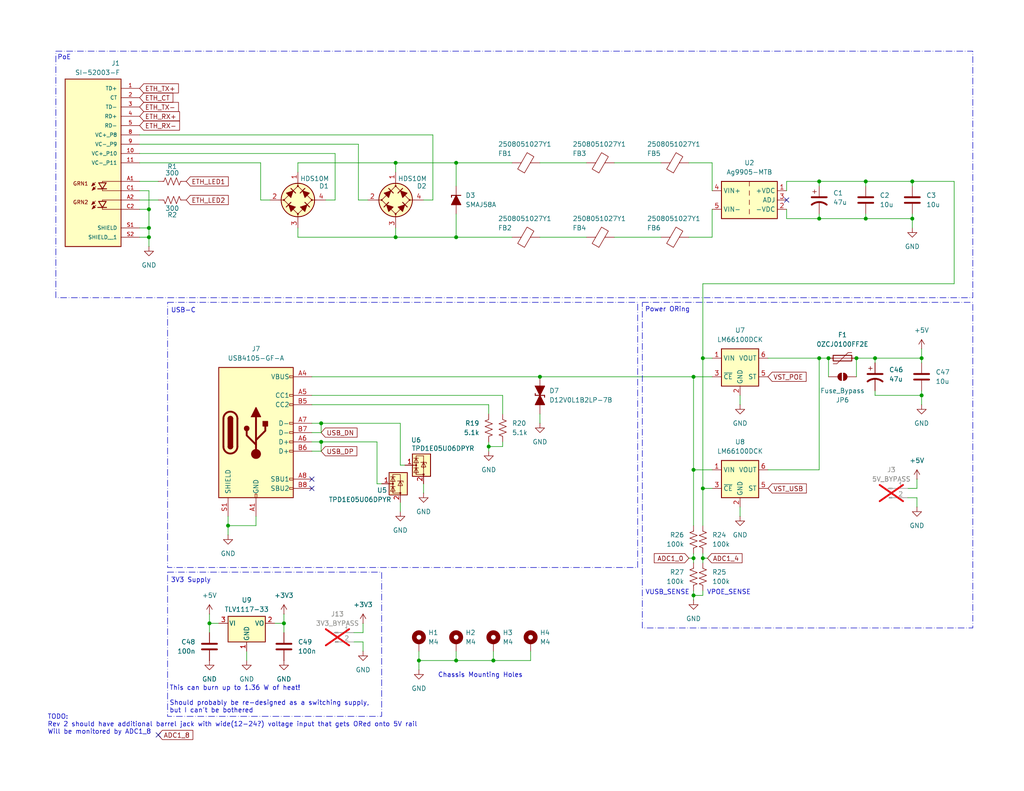
<source format=kicad_sch>
(kicad_sch (version 20250114) (generator "eeschema") (generator_version "9.0")
  (paper "USLetter")
  (title_block (title "Power Connectors and PoE Isolation") (date "2024-11-21") (rev "alpha") (company "Haas Hooligans") (comment 1 "Ryan Jacoby"))
  (lib_symbols
    (symbol "Connector:Conn_01x02_Pin" (pin_names (offset 1.016) (hide yes))
      (property "Reference" "J" (at 0 2.54 0))
      (property "Value" "Conn_01x02_Pin" (at 0 -5.08 0))
      (symbol "Conn_01x02_Pin_1_1"
        (pin passive line (at 5.08 0 180) (length 3.81) (name "Pin_1") (number "1"))
        (pin passive line (at 5.08 -2.54 180) (length 3.81) (name "Pin_2") (number "2"))
      )
    )
    (symbol "Connector:USB_C_Receptacle_USB2.0_16P" (pin_names (offset 1.016))
      (property "Reference" "J" (at 0 22.225 0))
      (property "Value" "USB_C_Receptacle_USB2.0_16P" (at 0 19.685 0))
      (symbol "USB_C_Receptacle_USB2.0_16P_1_1"
        (pin passive line (at -7.62 -22.86 90) (length 5.08) (name "SHIELD") (number "S1"))
        (pin passive line (at 0 -22.86 90) (length 5.08) (name "GND") (number "A1"))
        (pin passive line (at 0 -22.86 90) (length 5.08) (hide yes) (name "GND") (number "A12"))
        (pin passive line (at 0 -22.86 90) (length 5.08) (hide yes) (name "GND") (number "B1"))
        (pin passive line (at 0 -22.86 90) (length 5.08) (hide yes) (name "GND") (number "B12"))
        (pin passive line (at 15.24 15.24 180) (length 5.08) (name "VBUS") (number "A4"))
        (pin passive line (at 15.24 15.24 180) (length 5.08) (hide yes) (name "VBUS") (number "A9"))
        (pin passive line (at 15.24 15.24 180) (length 5.08) (hide yes) (name "VBUS") (number "B4"))
        (pin passive line (at 15.24 15.24 180) (length 5.08) (hide yes) (name "VBUS") (number "B9"))
        (pin bidirectional line (at 15.24 10.16 180) (length 5.08) (name "CC1") (number "A5"))
        (pin bidirectional line (at 15.24 7.62 180) (length 5.08) (name "CC2") (number "B5"))
        (pin bidirectional line (at 15.24 2.54 180) (length 5.08) (name "D-") (number "A7"))
        (pin bidirectional line (at 15.24 0 180) (length 5.08) (name "D-") (number "B7"))
        (pin bidirectional line (at 15.24 -2.54 180) (length 5.08) (name "D+") (number "A6"))
        (pin bidirectional line (at 15.24 -5.08 180) (length 5.08) (name "D+") (number "B6"))
        (pin bidirectional line (at 15.24 -12.7 180) (length 5.08) (name "SBU1") (number "A8"))
        (pin bidirectional line (at 15.24 -15.24 180) (length 5.08) (name "SBU2") (number "B8"))
      )
    )
    (symbol "Device:C" (pin_numbers (hide yes)) (pin_names (offset 0.254))
      (property "Reference" "C" (at 0.635 2.54 0))
      (property "Value" "C" (at 0.635 -2.54 0))
      (symbol "C_1_1"
        (pin passive line (at 0 3.81 270) (length 2.794) (name "~") (number "1"))
        (pin passive line (at 0 -3.81 90) (length 2.794) (name "~") (number "2"))
      )
    )
    (symbol "Device:C_Polarized_US" (pin_numbers (hide yes)) (pin_names (offset 0.254) (hide yes))
      (property "Reference" "C" (at 0.635 2.54 0))
      (property "Value" "C_Polarized_US" (at 0.635 -2.54 0))
      (symbol "C_Polarized_US_1_1"
        (pin passive line (at 0 3.81 270) (length 2.794) (name "~") (number "1"))
        (pin passive line (at 0 -3.81 90) (length 3.302) (name "~") (number "2"))
      )
    )
    (symbol "Device:FerriteBead" (pin_numbers (hide yes)) (pin_names (offset 0))
      (property "Reference" "FB" (at -3.81 0.635 90))
      (property "Value" "FerriteBead" (at 3.81 0 90))
      (symbol "FerriteBead_1_1"
        (pin passive line (at 0 3.81 270) (length 2.54) (name "~") (number "1"))
        (pin passive line (at 0 -3.81 90) (length 2.54) (name "~") (number "2"))
      )
    )
    (symbol "Device:Polyfuse" (pin_numbers (hide yes)) (pin_names (offset 0))
      (property "Reference" "F" (at -2.54 0 90))
      (property "Value" "Polyfuse" (at 2.54 0 90))
      (symbol "Polyfuse_1_1"
        (pin passive line (at 0 3.81 270) (length 1.27) (name "~") (number "1"))
        (pin passive line (at 0 -3.81 90) (length 1.27) (name "~") (number "2"))
      )
    )
    (symbol "Device:R_US" (pin_numbers (hide yes)) (pin_names (offset 0))
      (property "Reference" "R" (at 2.54 0 90))
      (property "Value" "R_US" (at -2.54 0 90))
      (symbol "R_US_1_1"
        (pin passive line (at 0 3.81 270) (length 1.27) (name "~") (number "1"))
        (pin passive line (at 0 -3.81 90) (length 1.27) (name "~") (number "2"))
      )
    )
    (symbol "Jumper:SolderJumper_2_Open" (pin_numbers (hide yes)) (pin_names (offset 0) (hide yes)) (exclude_from_sim yes) (in_bom no)
      (property "Reference" "JP" (at 0 2.032 0))
      (property "Value" "SolderJumper_2_Open" (at 0 -2.54 0))
      (symbol "SolderJumper_2_Open_1_1"
        (pin passive line (at -3.81 0 0) (length 2.54) (name "A") (number "1"))
        (pin passive line (at 3.81 0 180) (length 2.54) (name "B") (number "2"))
      )
    )
    (symbol "Mechanical:MountingHole_Pad" (pin_numbers (hide yes)) (pin_names (offset 1.016) (hide yes)) (exclude_from_sim yes) (in_bom no)
      (property "Reference" "H" (at 0 6.35 0))
      (property "Value" "MountingHole_Pad" (at 0 4.445 0))
      (symbol "MountingHole_Pad_1_1"
        (pin input line (at 0 -2.54 90) (length 2.54) (name "1") (number "1"))
      )
    )
    (symbol "PCM_Diode_Bridge_AKL:D_Bridge_Generic_+AC-AC" (pin_names (offset 1.016) (hide yes))
      (property "Reference" "D" (at 5.08 7.62 0))
      (property "Value" "D_Bridge_Generic_+AC-AC" (at 5.08 5.08 0))
      (symbol "D_Bridge_Generic_+AC-AC_1_1"
        (pin passive line (at -7.62 0 0) (length 2.54) (name "1") (number "2"))
        (pin passive line (at 0 7.62 270) (length 2.54) (name "+") (number "1"))
        (pin passive line (at 0 -7.62 90) (length 2.54) (name "-") (number "3"))
        (pin passive line (at 7.62 0 180) (length 2.54) (name "2") (number "4"))
      )
    )
    (symbol "PCM_Diode_TVS_AKL:D_TVS_Bidirectional_Generic" (pin_numbers (hide yes)) (pin_names (offset 1.016) (hide yes))
      (property "Reference" "D" (at 0 7.62 0))
      (property "Value" "D_TVS_Bidirectional_Generic" (at 0 5.08 0))
      (symbol "D_TVS_Bidirectional_Generic_1_1"
        (pin passive line (at -5.08 0 0) (length 2.54) (name "K") (number "1"))
        (pin passive line (at 5.08 0 180) (length 2.54) (name "A") (number "2"))
      )
      (symbol "D_TVS_Bidirectional_Generic_1_2"
        (pin passive line (at -3.81 -3.81 0) (length 0) (name "A") (number "2"))
        (pin passive line (at 3.81 3.81 180) (length 0) (name "K") (number "1"))
      )
    )
    (symbol "PCM_Diode_TVS_AKL:SMAJ58A" (pin_numbers (hide yes)) (pin_names (offset 1.016) (hide yes))
      (property "Reference" "D" (at 0 5.08 0))
      (property "Value" "SMAJ58A" (at 0 2.54 0))
      (symbol "SMAJ58A_1_1"
        (pin passive line (at -3.81 0 0) (length 2.54) (name "A") (number "2"))
        (pin passive line (at 3.81 0 180) (length 2.54) (name "K") (number "1"))
      )
      (symbol "SMAJ58A_1_2"
        (pin passive line (at -2.54 -2.54 0) (length 0) (name "A") (number "2"))
        (pin passive line (at 2.54 2.54 180) (length 0) (name "K") (number "1"))
      )
    )
    (symbol "Power_Management:LM66100DCK"
      (property "Reference" "U" (at -5.08 6.096 0))
      (property "Value" "LM66100DCK" (at 0.254 -6.35 0))
      (symbol "LM66100DCK_1_1"
        (pin power_in line (at -7.62 2.54 0) (length 2.54) (name "VIN") (number "1"))
        (pin input line (at -7.62 -2.54 0) (length 2.54) (name "~{CE}") (number "3"))
        (pin no_connect line (at 0 5.08 270) (length 2.54) (hide yes) (name "NC") (number "4"))
        (pin power_in line (at 0 -7.62 90) (length 2.54) (name "GND") (number "2"))
        (pin power_out line (at 7.62 2.54 180) (length 2.54) (name "VOUT") (number "6"))
        (pin open_collector line (at 7.62 -2.54 180) (length 2.54) (name "ST") (number "5"))
      )
    )
    (symbol "Power_Protection:TPD1E05U06DPY" (pin_names (offset 0) (hide yes))
      (property "Reference" "U" (at -2.54 3.175 0))
      (property "Value" "TPD1E05U06DPY" (at 1.27 3.175 0))
      (symbol "TPD1E05U06DPY_1_1"
        (pin passive line (at 0 -5.08 90) (length 2.54) (name "I/O") (number "1"))
        (pin power_in line (at 5.08 0 180) (length 2.54) (name "GND") (number "2"))
      )
    )
    (symbol "Regulator_Linear:TLV1117-33" (pin_names (offset 0.254))
      (property "Reference" "U" (at -3.81 3.175 0))
      (property "Value" "TLV1117-33" (at 0 3.175 0))
      (symbol "TLV1117-33_1_1"
        (pin power_in line (at -7.62 0 0) (length 2.54) (name "VI") (number "3"))
        (pin power_in line (at 0 -7.62 90) (length 2.54) (name "GND") (number "1"))
        (pin power_out line (at 7.62 0 180) (length 2.54) (name "VO") (number "2"))
      )
    )
    (symbol "SI-52003-F:SI-52003-F" (pin_names (offset 1.016))
      (property "Reference" "J" (at -7.62 21.59 0))
      (property "Value" "SI-52003-F" (at -7.62 -26.67 0))
      (symbol "SI-52003-F_0_0"
        (text "GRN1" (at 1.27 -7.62 0) (effects (font (size 1.016 1.016)) (justify left top)))
        (text "GRN2" (at 1.27 -12.7 0) (effects (font (size 1.016 1.016)) (justify left top)))
        (pin passive line (at -12.7 17.78 0) (length 5.08) (name "TD+") (number "1"))
        (pin passive line (at -12.7 15.24 0) (length 5.08) (name "CT") (number "2"))
        (pin passive line (at -12.7 12.7 0) (length 5.08) (name "TD-") (number "3"))
        (pin passive line (at -12.7 10.16 0) (length 5.08) (name "RD+") (number "4"))
        (pin passive line (at -12.7 7.62 0) (length 5.08) (name "RD-") (number "5"))
        (pin passive line (at -12.7 5.08 0) (length 5.08) (name "VC+_P8") (number "8"))
        (pin passive line (at -12.7 2.54 0) (length 5.08) (name "VC-_P9") (number "9"))
        (pin passive line (at -12.7 0 0) (length 5.08) (name "VC+_P10") (number "10"))
        (pin passive line (at -12.7 -2.54 0) (length 5.08) (name "VC-_P11") (number "11"))
        (pin passive line (at -12.7 -7.62 0) (length 5.08) (name "~") (number "A1"))
        (pin passive line (at -12.7 -10.16 0) (length 5.08) (name "~") (number "C1"))
        (pin passive line (at -12.7 -12.7 0) (length 5.08) (name "~") (number "A2"))
        (pin passive line (at -12.7 -15.24 0) (length 5.08) (name "~") (number "C2"))
        (pin passive line (at -12.7 -20.32 0) (length 5.08) (name "SHIELD") (number "S1"))
        (pin passive line (at -12.7 -22.86 0) (length 5.08) (name "SHIELD__1") (number "S2"))
      )
    )
    (symbol "power:+3V3" (power) (pin_numbers (hide yes)) (pin_names (offset 0) (hide yes))
      (property "Value" "+3V3" (at 0 3.556 0))
      (symbol "+3V3_1_1"
        (pin power_in line (at 0 0 90) (length 0) (name "~") (number "1"))
      )
    )
    (symbol "power:+5V" (power) (pin_numbers (hide yes)) (pin_names (offset 0) (hide yes))
      (property "Value" "+5V" (at 0 3.556 0))
      (symbol "+5V_1_1"
        (pin power_in line (at 0 0 90) (length 0) (name "~") (number "1"))
      )
    )
    (symbol "power:GND" (power) (pin_numbers (hide yes)) (pin_names (offset 0) (hide yes))
      (property "Value" "GND" (at 0 -3.81 0))
      (symbol "GND_1_1"
        (pin power_in line (at 0 0 270) (length 0) (name "~") (number "1"))
      )
    )
    (symbol "silvertel:AG99xxMTB"
      (property "Reference" "U" (at 7.62 13.97 0))
      (property "Value" "Ag9900-MTB" (at 7.62 11.684 0))
      (symbol "AG99xxMTB_1_1"
        (pin power_in line (at -2.54 7.62 0) (length 2.54) (name "VIN+") (number "4"))
        (pin power_in line (at -2.54 2.54 0) (length 2.54) (name "VIN-") (number "5"))
        (pin power_out line (at 17.78 7.62 180) (length 2.54) (name "+VDC") (number "1"))
        (pin passive line (at 17.78 5.08 180) (length 2.54) (name "ADJ") (number "3"))
        (pin power_out line (at 17.78 2.54 180) (length 2.54) (name "-VDC") (number "2"))
      )
    )
  )
  (rectangle (start 45.72 156.21) (end 104.14 195.58) (stroke (width 0) (type dash_dot)))
  (rectangle (start 15.24 13.97) (end 265.43 81.28) (stroke (width 0) (type dash_dot)))
  (rectangle (start 45.72 82.55) (end 173.99 154.94) (stroke (width 0) (type dash_dot)))
  (rectangle (start 175.26 82.55) (end 265.43 171.45) (stroke (width 0) (type dash_dot)))
  (text "PoE" (at 17.526 15.748 0) (effects (font (size 1.27 1.27))))
  (text "USB-C" (at 50.038 84.836 0) (effects (font (size 1.27 1.27))))
  (text "Chassis Mounting Holes" (at 131.064 184.404 0) (effects (font (size 1.27 1.27))))
  (text "This can burn up to 1.36 W of heat!\n\nShould probably be re-designed as a switching supply,\nbut I can't be bothered" (at 46.228 191.008 0) (effects (font (size 1.27 1.27)) (justify left)))
  (text "VPOE_SENSE" (at 198.882 161.798 0) (effects (font (size 1.27 1.27))))
  (text "Power ORing" (at 182.118 84.582 0) (effects (font (size 1.27 1.27))))
  (text "VUSB_SENSE" (at 182.118 161.798 0) (effects (font (size 1.27 1.27))))
  (text "TODO:\nRev 2 should have additional barrel jack with wide(12-24?) voltage input that gets ORed onto 5V rail\nWill be monitored by ADC1_8\n" (at 12.954 197.866 0) (effects (font (size 1.27 1.27)) (justify left)))
  (text "3V3 Supply" (at 52.07 158.496 0) (effects (font (size 1.27 1.27))))
  (junction (at 107.95 44.45))
  (junction (at 223.52 97.79))
  (junction (at 233.68 97.79))
  (junction (at 57.15 170.18))
  (junction (at 40.64 62.23))
  (junction (at 238.76 97.79))
  (junction (at 62.23 143.51))
  (junction (at 87.63 115.57))
  (junction (at 248.92 49.53))
  (junction (at 236.22 59.69))
  (junction (at 77.47 170.18))
  (junction (at 251.46 97.79))
  (junction (at 147.32 102.87))
  (junction (at 189.23 152.4))
  (junction (at 191.77 97.79))
  (junction (at 189.23 102.87))
  (junction (at 107.95 64.77))
  (junction (at 189.23 162.56))
  (junction (at 191.77 133.35))
  (junction (at 248.92 59.69))
  (junction (at 124.46 44.45))
  (junction (at 251.46 107.95))
  (junction (at 40.64 64.77))
  (junction (at 87.63 120.65))
  (junction (at 236.22 49.53))
  (junction (at 124.46 180.34))
  (junction (at 134.62 180.34))
  (junction (at 114.3 180.34))
  (junction (at 124.46 64.77))
  (junction (at 226.06 97.79))
  (junction (at 40.64 57.15))
  (junction (at 133.35 121.92))
  (junction (at 191.77 152.4))
  (junction (at 223.52 59.69))
  (junction (at 189.23 128.27))
  (junction (at 223.52 49.53))
  (no_connect (at 214.63 54.61))
  (no_connect (at 85.09 130.81))
  (no_connect (at 85.09 133.35))
  (no_connect (at 43.18 200.66))
  (wire (pts (xy 124.46 177.8) (xy 124.46 180.34)))
  (wire (pts (xy 110.49 127) (xy 109.22 127)))
  (wire (pts (xy 81.28 64.77) (xy 107.95 64.77)))
  (wire (pts (xy 194.31 64.77) (xy 194.31 57.15)))
  (wire (pts (xy 236.22 49.53) (xy 236.22 50.8)))
  (wire (pts (xy 69.85 143.51) (xy 69.85 140.97)))
  (wire (pts (xy 209.55 128.27) (xy 223.52 128.27)))
  (wire (pts (xy 247.65 133.35) (xy 250.19 133.35)))
  (wire (pts (xy 191.77 133.35) (xy 191.77 143.51)))
  (wire (pts (xy 134.62 180.34) (xy 124.46 180.34)))
  (wire (pts (xy 85.09 107.95) (xy 137.16 107.95)))
  (wire (pts (xy 124.46 180.34) (xy 114.3 180.34)))
  (wire (pts (xy 147.32 64.77) (xy 160.02 64.77)))
  (wire (pts (xy 107.95 44.45) (xy 124.46 44.45)))
  (wire (pts (xy 147.32 44.45) (xy 160.02 44.45)))
  (wire (pts (xy 250.19 130.81) (xy 250.19 133.35)))
  (wire (pts (xy 40.64 64.77) (xy 40.64 62.23)))
  (wire (pts (xy 102.87 120.65) (xy 102.87 132.08)))
  (wire (pts (xy 144.78 180.34) (xy 134.62 180.34)))
  (wire (pts (xy 226.06 97.79) (xy 226.06 102.87)))
  (wire (pts (xy 189.23 152.4) (xy 189.23 153.67)))
  (wire (pts (xy 40.64 67.31) (xy 40.64 64.77)))
  (wire (pts (xy 238.76 107.95) (xy 251.46 107.95)))
  (wire (pts (xy 251.46 97.79) (xy 251.46 99.06)))
  (wire (pts (xy 87.63 115.57) (xy 87.63 118.11)))
  (wire (pts (xy 137.16 120.65) (xy 137.16 121.92)))
  (wire (pts (xy 38.1 54.61) (xy 43.18 54.61)))
  (wire (pts (xy 147.32 102.87) (xy 189.23 102.87)))
  (wire (pts (xy 133.35 120.65) (xy 133.35 121.92)))
  (wire (pts (xy 87.63 118.11) (xy 85.09 118.11)))
  (wire (pts (xy 57.15 170.18) (xy 59.69 170.18)))
  (wire (pts (xy 248.92 62.23) (xy 248.92 59.69)))
  (wire (pts (xy 248.92 49.53) (xy 260.35 49.53)))
  (wire (pts (xy 191.77 97.79) (xy 191.77 133.35)))
  (wire (pts (xy 77.47 167.64) (xy 77.47 170.18)))
  (wire (pts (xy 38.1 52.07) (xy 40.64 52.07)))
  (wire (pts (xy 134.62 177.8) (xy 134.62 180.34)))
  (wire (pts (xy 38.1 39.37) (xy 97.79 39.37)))
  (wire (pts (xy 238.76 97.79) (xy 251.46 97.79)))
  (wire (pts (xy 81.28 46.99) (xy 81.28 44.45)))
  (wire (pts (xy 85.09 120.65) (xy 87.63 120.65)))
  (wire (pts (xy 71.12 54.61) (xy 73.66 54.61)))
  (wire (pts (xy 191.77 161.29) (xy 191.77 162.56)))
  (wire (pts (xy 40.64 62.23) (xy 38.1 62.23)))
  (wire (pts (xy 133.35 110.49) (xy 85.09 110.49)))
  (wire (pts (xy 223.52 97.79) (xy 209.55 97.79)))
  (wire (pts (xy 187.96 152.4) (xy 189.23 152.4)))
  (wire (pts (xy 247.65 135.89) (xy 250.19 135.89)))
  (wire (pts (xy 194.31 102.87) (xy 189.23 102.87)))
  (wire (pts (xy 91.44 54.61) (xy 88.9 54.61)))
  (wire (pts (xy 38.1 44.45) (xy 71.12 44.45)))
  (wire (pts (xy 124.46 44.45) (xy 139.7 44.45)))
  (wire (pts (xy 248.92 49.53) (xy 248.92 50.8)))
  (wire (pts (xy 107.95 62.23) (xy 107.95 64.77)))
  (wire (pts (xy 38.1 64.77) (xy 40.64 64.77)))
  (wire (pts (xy 189.23 163.83) (xy 189.23 162.56)))
  (wire (pts (xy 144.78 177.8) (xy 144.78 180.34)))
  (wire (pts (xy 97.79 54.61) (xy 100.33 54.61)))
  (wire (pts (xy 189.23 151.13) (xy 189.23 152.4)))
  (wire (pts (xy 38.1 36.83) (xy 118.11 36.83)))
  (wire (pts (xy 137.16 107.95) (xy 137.16 113.03)))
  (wire (pts (xy 214.63 57.15) (xy 214.63 59.69)))
  (wire (pts (xy 167.64 44.45) (xy 180.34 44.45)))
  (wire (pts (xy 114.3 177.8) (xy 114.3 180.34)))
  (wire (pts (xy 133.35 110.49) (xy 133.35 113.03)))
  (wire (pts (xy 91.44 41.91) (xy 91.44 54.61)))
  (wire (pts (xy 62.23 143.51) (xy 62.23 146.05)))
  (wire (pts (xy 99.06 177.8) (xy 99.06 175.26)))
  (wire (pts (xy 38.1 41.91) (xy 91.44 41.91)))
  (wire (pts (xy 238.76 106.68) (xy 238.76 107.95)))
  (wire (pts (xy 189.23 162.56) (xy 189.23 161.29)))
  (wire (pts (xy 124.46 64.77) (xy 139.7 64.77)))
  (wire (pts (xy 85.09 115.57) (xy 87.63 115.57)))
  (wire (pts (xy 67.31 180.34) (xy 67.31 177.8)))
  (wire (pts (xy 223.52 59.69) (xy 236.22 59.69)))
  (wire (pts (xy 137.16 121.92) (xy 133.35 121.92)))
  (wire (pts (xy 71.12 44.45) (xy 71.12 54.61)))
  (wire (pts (xy 236.22 59.69) (xy 248.92 59.69)))
  (wire (pts (xy 191.77 151.13) (xy 191.77 152.4)))
  (wire (pts (xy 214.63 49.53) (xy 223.52 49.53)))
  (wire (pts (xy 96.52 172.72) (xy 99.06 172.72)))
  (wire (pts (xy 114.3 180.34) (xy 114.3 182.88)))
  (wire (pts (xy 118.11 54.61) (xy 115.57 54.61)))
  (wire (pts (xy 233.68 97.79) (xy 238.76 97.79)))
  (wire (pts (xy 250.19 138.43) (xy 250.19 135.89)))
  (wire (pts (xy 62.23 140.97) (xy 62.23 143.51)))
  (wire (pts (xy 107.95 44.45) (xy 107.95 46.99)))
  (wire (pts (xy 115.57 134.62) (xy 115.57 132.08)))
  (wire (pts (xy 109.22 137.16) (xy 109.22 139.7)))
  (wire (pts (xy 193.04 152.4) (xy 191.77 152.4)))
  (wire (pts (xy 97.79 39.37) (xy 97.79 54.61)))
  (wire (pts (xy 81.28 62.23) (xy 81.28 64.77)))
  (wire (pts (xy 251.46 107.95) (xy 251.46 106.68)))
  (wire (pts (xy 40.64 57.15) (xy 40.64 62.23)))
  (wire (pts (xy 87.63 123.19) (xy 85.09 123.19)))
  (wire (pts (xy 77.47 172.72) (xy 77.47 170.18)))
  (wire (pts (xy 38.1 49.53) (xy 43.18 49.53)))
  (wire (pts (xy 104.14 132.08) (xy 102.87 132.08)))
  (wire (pts (xy 74.93 170.18) (xy 77.47 170.18)))
  (wire (pts (xy 191.77 162.56) (xy 189.23 162.56)))
  (wire (pts (xy 187.96 64.77) (xy 194.31 64.77)))
  (wire (pts (xy 223.52 49.53) (xy 236.22 49.53)))
  (wire (pts (xy 238.76 97.79) (xy 238.76 99.06)))
  (wire (pts (xy 260.35 49.53) (xy 260.35 77.47)))
  (wire (pts (xy 124.46 44.45) (xy 124.46 50.8)))
  (wire (pts (xy 223.52 59.69) (xy 223.52 58.42)))
  (wire (pts (xy 223.52 128.27) (xy 223.52 97.79)))
  (wire (pts (xy 87.63 120.65) (xy 102.87 120.65)))
  (wire (pts (xy 191.77 97.79) (xy 194.31 97.79)))
  (wire (pts (xy 81.28 44.45) (xy 107.95 44.45)))
  (wire (pts (xy 236.22 59.69) (xy 236.22 58.42)))
  (wire (pts (xy 187.96 44.45) (xy 194.31 44.45)))
  (wire (pts (xy 233.68 97.79) (xy 233.68 102.87)))
  (wire (pts (xy 57.15 167.64) (xy 57.15 170.18)))
  (wire (pts (xy 62.23 143.51) (xy 69.85 143.51)))
  (wire (pts (xy 189.23 128.27) (xy 189.23 143.51)))
  (wire (pts (xy 40.64 52.07) (xy 40.64 57.15)))
  (wire (pts (xy 107.95 64.77) (xy 124.46 64.77)))
  (wire (pts (xy 223.52 49.53) (xy 223.52 50.8)))
  (wire (pts (xy 226.06 97.79) (xy 223.52 97.79)))
  (wire (pts (xy 109.22 115.57) (xy 109.22 127)))
  (wire (pts (xy 124.46 58.42) (xy 124.46 64.77)))
  (wire (pts (xy 260.35 77.47) (xy 191.77 77.47)))
  (wire (pts (xy 57.15 172.72) (xy 57.15 170.18)))
  (wire (pts (xy 147.32 113.03) (xy 147.32 115.57)))
  (wire (pts (xy 96.52 175.26) (xy 99.06 175.26)))
  (wire (pts (xy 133.35 121.92) (xy 133.35 123.19)))
  (wire (pts (xy 201.93 138.43) (xy 201.93 140.97)))
  (wire (pts (xy 194.31 44.45) (xy 194.31 52.07)))
  (wire (pts (xy 248.92 59.69) (xy 248.92 58.42)))
  (wire (pts (xy 99.06 170.18) (xy 99.06 172.72)))
  (wire (pts (xy 38.1 57.15) (xy 40.64 57.15)))
  (wire (pts (xy 214.63 59.69) (xy 223.52 59.69)))
  (wire (pts (xy 87.63 120.65) (xy 87.63 123.19)))
  (wire (pts (xy 251.46 95.25) (xy 251.46 97.79)))
  (wire (pts (xy 214.63 52.07) (xy 214.63 49.53)))
  (wire (pts (xy 201.93 107.95) (xy 201.93 110.49)))
  (wire (pts (xy 191.77 152.4) (xy 191.77 153.67)))
  (wire (pts (xy 189.23 102.87) (xy 189.23 128.27)))
  (wire (pts (xy 191.77 77.47) (xy 191.77 97.79)))
  (wire (pts (xy 251.46 110.49) (xy 251.46 107.95)))
  (wire (pts (xy 118.11 36.83) (xy 118.11 54.61)))
  (wire (pts (xy 191.77 133.35) (xy 194.31 133.35)))
  (wire (pts (xy 236.22 49.53) (xy 248.92 49.53)))
  (wire (pts (xy 189.23 128.27) (xy 194.31 128.27)))
  (wire (pts (xy 167.64 64.77) (xy 180.34 64.77)))
  (wire (pts (xy 85.09 102.87) (xy 147.32 102.87)))
  (wire (pts (xy 87.63 115.57) (xy 109.22 115.57)))
  (global_label "ADC1_8" (shape input) (at 43.18 200.66 0) (property "Intersheetrefs" "${INTERSHEET_REFS}" (effects (hide yes))))
  (global_label "ADC1_4" (shape input) (at 193.04 152.4 0) (property "Intersheetrefs" "${INTERSHEET_REFS}" (effects (hide yes))))
  (global_label "ETH_RX-" (shape input) (at 38.1 34.29 0) (property "Intersheetrefs" "${INTERSHEET_REFS}" (effects (hide yes))))
  (global_label "VST_POE" (shape input) (at 209.55 102.87 0) (property "Intersheetrefs" "${INTERSHEET_REFS}" (effects (hide yes))))
  (global_label "ETH_TX+" (shape input) (at 38.1 24.13 0) (property "Intersheetrefs" "${INTERSHEET_REFS}" (effects (hide yes))))
  (global_label "ETH_TX-" (shape input) (at 38.1 29.21 0) (property "Intersheetrefs" "${INTERSHEET_REFS}" (effects (hide yes))))
  (global_label "USB_DN" (shape input) (at 87.63 118.11 0) (property "Intersheetrefs" "${INTERSHEET_REFS}" (effects (hide yes))))
  (global_label "ETH_CT" (shape input) (at 38.1 26.67 0) (property "Intersheetrefs" "${INTERSHEET_REFS}" (effects (hide yes))))
  (global_label "ETH_RX+" (shape input) (at 38.1 31.75 0) (property "Intersheetrefs" "${INTERSHEET_REFS}" (effects (hide yes))))
  (global_label "USB_DP" (shape input) (at 87.63 123.19 0) (property "Intersheetrefs" "${INTERSHEET_REFS}" (effects (hide yes))))
  (global_label "ETH_LED1" (shape input) (at 50.8 49.53 0) (property "Intersheetrefs" "${INTERSHEET_REFS}" (effects (hide yes))))
  (global_label "VST_USB" (shape input) (at 209.55 133.35 0) (property "Intersheetrefs" "${INTERSHEET_REFS}" (effects (hide yes))))
  (global_label "ADC1_0" (shape input) (at 187.96 152.4 180) (property "Intersheetrefs" "${INTERSHEET_REFS}" (effects (hide yes))))
  (global_label "ETH_LED2" (shape input) (at 50.8 54.61 0) (property "Intersheetrefs" "${INTERSHEET_REFS}" (effects (hide yes))))
  (symbol (lib_id "Connector:USB_C_Receptacle_USB2.0_16P") (at 69.85 118.11 0) (unit 1)
    (property "Reference" "J7" (at 69.85 95.25 0))
    (property "Value" "USB4105-GF-A" (at 69.85 97.79 0))
    (property "Footprint" "footprints:GCT_USB4105-GF-A" (effects (hide yes)))
    (property "Datasheet" "https://mm.digikey.com/Volume0/opasdata/d220001/medias/docus/5492/USB4105.pdf" (effects (hide yes)))
    (property "Description" "USB 2.0-only 16P Type-C Receptacle connector" (effects (hide yes)))
    (property "DPN" "2073-USB4105-GF-ACT-ND" (effects (hide yes)))
  )
  (symbol (lib_id "power:GND") (at 147.32 115.57 0) (unit 1)
    (property "Reference" "#PWR053" (effects (hide yes)))
    (property "Value" "GND" (at 147.32 120.65 0))
    (property "Description" "Power symbol creates a global label with name \"GND\" , ground" (effects (hide yes)))
  )
  (symbol (lib_id "power:GND") (at 251.46 110.49 0) (unit 1)
    (property "Reference" "#PWR028" (effects (hide yes)))
    (property "Value" "GND" (at 251.46 115.57 0))
    (property "Description" "Power symbol creates a global label with name \"GND\" , ground" (effects (hide yes)))
  )
  (symbol (lib_id "Device:FerriteBead") (at 163.83 64.77 90) (unit 1)
    (property "Reference" "FB4" (at 156.21 62.23 90) (effects (justify right)))
    (property "Value" "2508051027Y1" (at 156.21 59.69 90) (effects (justify right)))
    (property "Footprint" "Inductor_SMD:L_0805_2012Metric" (effects (hide yes)))
    (property "Description" "Ferrite bead" (effects (hide yes)))
    (property "DPN" "1934-1009-1-ND" (effects (hide yes)))
  )
  (symbol (lib_id "power:GND") (at 114.3 182.88 0) (unit 1)
    (property "Reference" "#PWR01" (effects (hide yes)))
    (property "Value" "GND" (at 114.3 187.96 0))
    (property "Description" "Power symbol creates a global label with name \"GND\" , ground" (effects (hide yes)))
  )
  (symbol (lib_id "Device:R_US") (at 191.77 147.32 0) (unit 1)
    (property "Reference" "R24" (at 194.31 146.0499 0) (effects (justify left)))
    (property "Value" "100k" (at 194.31 148.5899 0) (effects (justify left)))
    (property "Footprint" "Resistor_SMD:R_0603_1608Metric" (effects (hide yes)))
    (property "Description" "Resistor, US symbol" (effects (hide yes)))
    (property "DPN" "P100KHCT-ND" (effects (hide yes)))
  )
  (symbol (lib_id "Device:C") (at 57.15 176.53 0) (mirror y) (unit 1)
    (property "Reference" "C48" (at 53.34 175.2599 0) (effects (justify left)))
    (property "Value" "100n" (at 53.34 177.7999 0) (effects (justify left)))
    (property "Footprint" "Capacitor_SMD:C_0603_1608Metric" (effects (hide yes)))
    (property "Description" "Unpolarized capacitor" (effects (hide yes)))
    (property "DPN" "311-1341-1-ND" (effects (hide yes)))
  )
  (symbol (lib_id "Power_Management:LM66100DCK") (at 201.93 100.33 0) (unit 1)
    (property "Reference" "U7" (at 201.93 90.17 0))
    (property "Value" "LM66100DCK" (at 201.93 92.71 0))
    (property "Footprint" "Package_TO_SOT_SMD:SOT-363_SC-70-6" (effects (hide yes)))
    (property "Datasheet" "https://www.ti.com/lit/ds/symlink/lm66100.pdf" (effects (hide yes)))
    (property "Description" "Ideal Diode With Input Polarity Protection 1.5 - 5.5V  Input Voltage, 1.5A Output Current, Ron 141 mOhm, SC-70-6" (effects (hide yes)))
    (property "DPN" "296-53541-1-ND" (effects (hide yes)))
  )
  (symbol (lib_id "Mechanical:MountingHole_Pad") (at 124.46 175.26 0) (unit 1) (exclude_from_sim yes) (in_bom no)
    (property "Reference" "H2" (at 127 172.7199 0) (effects (justify left)))
    (property "Value" "M4" (at 127 175.2599 0) (effects (justify left)))
    (property "Footprint" "MountingHole:MountingHole_4.3mm_M4_Pad_Via" (effects (hide yes)))
    (property "Description" "Mounting Hole with connection" (effects (hide yes)))
  )
  (symbol (lib_id "power:+3V3") (at 99.06 170.18 0) (mirror y) (unit 1)
    (property "Reference" "#PWR097" (effects (hide yes)))
    (property "Value" "+3V3" (at 99.06 165.1 0))
    (property "Description" "Power symbol creates a global label with name \"+3V3\"" (effects (hide yes)))
  )
  (symbol (lib_id "Mechanical:MountingHole_Pad") (at 114.3 175.26 0) (unit 1) (exclude_from_sim yes) (in_bom no)
    (property "Reference" "H1" (at 116.84 172.7199 0) (effects (justify left)))
    (property "Value" "M4" (at 116.84 175.2599 0) (effects (justify left)))
    (property "Footprint" "MountingHole:MountingHole_4.3mm_M4_Pad_Via" (effects (hide yes)))
    (property "Description" "Mounting Hole with connection" (effects (hide yes)))
  )
  (symbol (lib_id "PCM_Diode_TVS_AKL:D_TVS_Bidirectional_Generic") (at 147.32 107.95 90) (unit 1)
    (property "Reference" "D7" (at 149.86 106.6799 90) (effects (justify right)))
    (property "Value" "D12V0L1B2LP-7B" (at 149.86 109.2199 90) (effects (justify right)))
    (property "Footprint" "Diode_SMD:D_0402_1005Metric" (effects (hide yes)))
    (property "Datasheet" "https://www.diodes.com/assets/Datasheets/D12V0L1B2LP.pdf" (effects (hide yes)))
    (property "Description" "Bidirectional TVS Diode, Generic symbol, Alternate KiCAD Library" (effects (hide yes)))
    (property "DPN" "D12V0L1B2LP-7BDICT-ND" (effects (hide yes)))
  )
  (symbol (lib_id "power:GND") (at 133.35 123.19 0) (unit 1)
    (property "Reference" "#PWR052" (effects (hide yes)))
    (property "Value" "GND" (at 133.35 128.27 0))
    (property "Description" "Power symbol creates a global label with name \"GND\" , ground" (effects (hide yes)))
  )
  (symbol (lib_id "Device:Polyfuse") (at 229.87 97.79 90) (unit 1)
    (property "Reference" "F1" (at 229.87 91.44 90))
    (property "Value" "0ZCJ0100FF2E" (at 229.87 93.98 90))
    (property "Footprint" "Fuse:Fuse_1206_3216Metric" (effects (hide yes)))
    (property "Datasheet" "https://www.belfuse.com/resources/datasheets/circuitprotection/ds-cp-0zcj-series.pdf" (effects (hide yes)))
    (property "Description" "Resettable fuse, polymeric positive temperature coefficient" (effects (hide yes)))
    (property "DPN" "5923-0ZCJ0100FF2ECT-ND" (effects (hide yes)))
  )
  (symbol (lib_id "Device:R_US") (at 137.16 116.84 0) (unit 1)
    (property "Reference" "R20" (at 139.7 115.5699 0) (effects (justify left)))
    (property "Value" "5.1k" (at 139.7 118.1099 0) (effects (justify left)))
    (property "Footprint" "Resistor_SMD:R_0603_1608Metric" (effects (hide yes)))
    (property "Description" "Resistor, US symbol" (effects (hide yes)))
    (property "DPN" "311-5.10KHRCT-ND" (effects (hide yes)))
  )
  (symbol (lib_id "Device:FerriteBead") (at 184.15 64.77 90) (unit 1)
    (property "Reference" "FB6" (at 176.53 62.23 90) (effects (justify right)))
    (property "Value" "2508051027Y1" (at 176.53 59.69 90) (effects (justify right)))
    (property "Footprint" "Inductor_SMD:L_0805_2012Metric" (effects (hide yes)))
    (property "Description" "Ferrite bead" (effects (hide yes)))
    (property "DPN" "1934-1009-1-ND" (effects (hide yes)))
  )
  (symbol (lib_id "Jumper:SolderJumper_2_Open") (at 229.87 102.87 0) (mirror x) (unit 1) (exclude_from_sim yes) (in_bom no)
    (property "Reference" "JP6" (at 229.87 109.22 0))
    (property "Value" "Fuse_Bypass" (at 229.87 106.68 0))
    (property "Footprint" "Jumper:SolderJumper-2_P1.3mm_Open_TrianglePad1.0x1.5mm" (effects (hide yes)))
    (property "Description" "Solder Jumper, 2-pole, open" (effects (hide yes)))
  )
  (symbol (lib_id "power:GND") (at 115.57 134.62 0) (unit 1)
    (property "Reference" "#PWR050" (effects (hide yes)))
    (property "Value" "GND" (at 115.57 139.7 0))
    (property "Description" "Power symbol creates a global label with name \"GND\" , ground" (effects (hide yes)))
  )
  (symbol (lib_id "Power_Protection:TPD1E05U06DPY") (at 115.57 127 270) (unit 1)
    (property "Reference" "U6" (at 113.538 120.142 90))
    (property "Value" "TPD1E05U06DPYR" (at 120.904 122.428 90))
    (property "Footprint" "Package_SON:Texas_DPY0002A_0.6x1mm_P0.65mm" (effects (hide yes)))
    (property "Datasheet" "https://www.ti.com/lit/ds/symlink/tpd1e05u06.pdf" (effects (hide yes)))
    (property "Description" "1-Channel ESD Protection for Super-Speed USB 3.0 Interface, X1SON-2" (effects (hide yes)))
    (property "DPN" "296-39341-1-ND" (effects (hide yes)))
  )
  (symbol (lib_id "power:GND") (at 67.31 180.34 0) (unit 1)
    (property "Reference" "#PWR090" (effects (hide yes)))
    (property "Value" "GND" (at 67.31 185.42 0))
    (property "Description" "Power symbol creates a global label with name \"GND\" , ground" (effects (hide yes)))
  )
  (symbol (lib_id "Device:FerriteBead") (at 143.51 64.77 90) (unit 1)
    (property "Reference" "FB2" (at 135.89 62.23 90) (effects (justify right)))
    (property "Value" "2508051027Y1" (at 135.89 59.69 90) (effects (justify right)))
    (property "Footprint" "Inductor_SMD:L_0805_2012Metric" (effects (hide yes)))
    (property "Description" "Ferrite bead" (effects (hide yes)))
    (property "DPN" "1934-1009-1-ND" (effects (hide yes)))
  )
  (symbol (lib_id "power:GND") (at 99.06 177.8 0) (unit 1)
    (property "Reference" "#PWR096" (effects (hide yes)))
    (property "Value" "GND" (at 99.06 182.88 0))
    (property "Description" "Power symbol creates a global label with name \"GND\" , ground" (effects (hide yes)))
  )
  (symbol (lib_id "SI-52003-F:SI-52003-F") (at 25.4 41.91 0) (mirror y) (unit 1)
    (property "Reference" "J1" (at 32.766 17.272 0) (effects (justify left)))
    (property "Value" "SI-52003-F" (at 32.766 19.812 0) (effects (justify left)))
    (property "Footprint" "footprints:BEL_SI-52003-F" (effects (hide yes)))
    (property "Datasheet" "https://www.belfuse.com/resources/drawings/magneticsolutions/dr-mag-si-52003-f.pdf" (effects (hide yes)))
    (property "MF" "Stewart Connector" (effects (hide yes)))
    (property "Description_1" "1 Port RJ45 Magjack Connector Through Hole 10/100 Base-T, AutoMDIX, Power over Ethernet _PoE_" (effects (hide yes)))
    (property "Package" "None" (effects (hide yes)))
    (property "Price" "None" (effects (hide yes)))
    (property "MP" "SI-52003-F" (effects (hide yes)))
    (property "Availability" "Unavailable" (effects (hide yes)))
    (property "DPN" "507-SI-52003-F-ND" (effects (hide yes)))
  )
  (symbol (lib_id "Power_Protection:TPD1E05U06DPY") (at 109.22 132.08 270) (unit 1)
    (property "Reference" "U5" (at 102.87 133.858 90) (effects (justify left)))
    (property "Value" "TPD1E05U06DPYR" (at 89.662 136.398 90) (effects (justify left)))
    (property "Footprint" "Package_SON:Texas_DPY0002A_0.6x1mm_P0.65mm" (effects (hide yes)))
    (property "Datasheet" "https://www.ti.com/lit/ds/symlink/tpd1e05u06.pdf" (effects (hide yes)))
    (property "Description" "1-Channel ESD Protection for Super-Speed USB 3.0 Interface, X1SON-2" (effects (hide yes)))
    (property "DPN" "296-39341-1-ND" (effects (hide yes)))
  )
  (symbol (lib_id "power:+5V") (at 250.19 130.81 0) (unit 1)
    (property "Reference" "#PWR029" (effects (hide yes)))
    (property "Value" "+5V" (at 250.19 125.73 0))
    (property "Description" "Power symbol creates a global label with name \"+5V\"" (effects (hide yes)))
  )
  (symbol (lib_id "power:GND") (at 248.92 62.23 0) (unit 1)
    (property "Reference" "#PWR04" (effects (hide yes)))
    (property "Value" "GND" (at 248.92 67.31 0))
    (property "Description" "Power symbol creates a global label with name \"GND\" , ground" (effects (hide yes)))
  )
  (symbol (lib_id "power:GND") (at 40.64 67.31 0) (unit 1)
    (property "Reference" "#PWR02" (effects (hide yes)))
    (property "Value" "GND" (at 40.64 72.39 0))
    (property "Description" "Power symbol creates a global label with name \"GND\" , ground" (effects (hide yes)))
  )
  (symbol (lib_id "power:GND") (at 109.22 139.7 0) (unit 1)
    (property "Reference" "#PWR044" (effects (hide yes)))
    (property "Value" "GND" (at 109.22 144.78 0))
    (property "Description" "Power symbol creates a global label with name \"GND\" , ground" (effects (hide yes)))
  )
  (symbol (lib_id "power:GND") (at 250.19 138.43 0) (unit 1)
    (property "Reference" "#PWR051" (effects (hide yes)))
    (property "Value" "GND" (at 250.19 143.51 0))
    (property "Description" "Power symbol creates a global label with name \"GND\" , ground" (effects (hide yes)))
  )
  (symbol (lib_id "Device:C") (at 248.92 54.61 0) (unit 1)
    (property "Reference" "C3" (at 252.73 53.3399 0) (effects (justify left)))
    (property "Value" "10u" (at 252.73 55.8799 0) (effects (justify left)))
    (property "Footprint" "Capacitor_SMD:C_0805_2012Metric" (effects (hide yes)))
    (property "Description" "Unpolarized capacitor" (effects (hide yes)))
    (property "DPN" "490-6473-1-ND" (effects (hide yes)))
  )
  (symbol (lib_id "power:GND") (at 201.93 140.97 0) (unit 1)
    (property "Reference" "#PWR089" (effects (hide yes)))
    (property "Value" "GND" (at 201.93 146.05 0))
    (property "Description" "Power symbol creates a global label with name \"GND\" , ground" (effects (hide yes)))
  )
  (symbol (lib_id "Power_Management:LM66100DCK") (at 201.93 130.81 0) (unit 1)
    (property "Reference" "U8" (at 201.93 120.65 0))
    (property "Value" "LM66100DCK" (at 201.93 123.19 0))
    (property "Footprint" "Package_TO_SOT_SMD:SOT-363_SC-70-6" (effects (hide yes)))
    (property "Datasheet" "https://www.ti.com/lit/ds/symlink/lm66100.pdf" (effects (hide yes)))
    (property "Description" "Ideal Diode With Input Polarity Protection 1.5 - 5.5V  Input Voltage, 1.5A Output Current, Ron 141 mOhm, SC-70-6" (effects (hide yes)))
    (property "DPN" "296-53541-1-ND" (effects (hide yes)))
  )
  (symbol (lib_id "Mechanical:MountingHole_Pad") (at 134.62 175.26 0) (unit 1) (exclude_from_sim yes) (in_bom no)
    (property "Reference" "H3" (at 137.16 172.7199 0) (effects (justify left)))
    (property "Value" "M4" (at 137.16 175.2599 0) (effects (justify left)))
    (property "Footprint" "MountingHole:MountingHole_4.3mm_M4_Pad_Via" (effects (hide yes)))
    (property "Description" "Mounting Hole with connection" (effects (hide yes)))
  )
  (symbol (lib_id "power:+5V") (at 251.46 95.25 0) (unit 1)
    (property "Reference" "#PWR03" (effects (hide yes)))
    (property "Value" "+5V" (at 251.46 90.17 0))
    (property "Description" "Power symbol creates a global label with name \"+5V\"" (effects (hide yes)))
  )
  (symbol (lib_id "power:GND") (at 62.23 146.05 0) (unit 1)
    (property "Reference" "#PWR043" (effects (hide yes)))
    (property "Value" "GND" (at 62.23 151.13 0))
    (property "Description" "Power symbol creates a global label with name \"GND\" , ground" (effects (hide yes)))
  )
  (symbol (lib_id "power:+5V") (at 57.15 167.64 0) (unit 1)
    (property "Reference" "#PWR091" (effects (hide yes)))
    (property "Value" "+5V" (at 57.15 162.56 0))
    (property "Description" "Power symbol creates a global label with name \"+5V\"" (effects (hide yes)))
  )
  (symbol (lib_id "PCM_Diode_Bridge_AKL:D_Bridge_Generic_+AC-AC") (at 81.28 54.61 0) (unit 1)
    (property "Reference" "D1" (at 88.392 50.8 0))
    (property "Value" "HDS10M" (at 85.852 48.768 0))
    (property "Footprint" "footprints:HDS_DIO" (effects (hide yes)))
    (property "Datasheet" "https://www.diodes.com/assets/Datasheets/HDS10M.pdf" (effects (hide yes)))
    (property "Description" "Diode bridge, Generic symbol, Alternate KiCAD Library" (effects (hide yes)))
    (property "DPN" "HDS10M-13DICT-ND" (effects (hide yes)))
  )
  (symbol (lib_id "Device:C") (at 251.46 102.87 0) (unit 1)
    (property "Reference" "C47" (at 255.27 101.5999 0) (effects (justify left)))
    (property "Value" "10u" (at 255.27 104.1399 0) (effects (justify left)))
    (property "Footprint" "Capacitor_SMD:C_0805_2012Metric" (effects (hide yes)))
    (property "Description" "Unpolarized capacitor" (effects (hide yes)))
    (property "DPN" "490-6473-1-ND" (effects (hide yes)))
  )
  (symbol (lib_id "Device:R_US") (at 46.99 54.61 90) (mirror x) (unit 1)
    (property "Reference" "R2" (at 46.99 58.674 90))
    (property "Value" "300" (at 46.99 56.896 90))
    (property "Footprint" "Resistor_SMD:R_0603_1608Metric" (effects (hide yes)))
    (property "Description" "Resistor, US symbol" (effects (hide yes)))
    (property "DPN" "P300GCT-ND" (effects (hide yes)))
  )
  (symbol (lib_id "Device:FerriteBead") (at 163.83 44.45 90) (unit 1)
    (property "Reference" "FB3" (at 156.21 41.91 90) (effects (justify right)))
    (property "Value" "2508051027Y1" (at 156.21 39.37 90) (effects (justify right)))
    (property "Footprint" "Inductor_SMD:L_0805_2012Metric" (effects (hide yes)))
    (property "Description" "Ferrite bead" (effects (hide yes)))
    (property "DPN" "1934-1009-1-ND" (effects (hide yes)))
  )
  (symbol (lib_id "Device:FerriteBead") (at 143.51 44.45 90) (unit 1)
    (property "Reference" "FB1" (at 135.89 41.91 90) (effects (justify right)))
    (property "Value" "2508051027Y1" (at 135.89 39.37 90) (effects (justify right)))
    (property "Footprint" "Inductor_SMD:L_0805_2012Metric" (effects (hide yes)))
    (property "Description" "Ferrite bead" (effects (hide yes)))
    (property "DPN" "1934-1009-1-ND" (effects (hide yes)))
  )
  (symbol (lib_id "Device:R_US") (at 133.35 116.84 0) (mirror y) (unit 1)
    (property "Reference" "R19" (at 130.81 115.5699 0) (effects (justify left)))
    (property "Value" "5.1k" (at 130.81 118.1099 0) (effects (justify left)))
    (property "Footprint" "Resistor_SMD:R_0603_1608Metric" (effects (hide yes)))
    (property "Description" "Resistor, US symbol" (effects (hide yes)))
    (property "DPN" "311-5.10KHRCT-ND" (effects (hide yes)))
  )
  (symbol (lib_id "Device:R_US") (at 189.23 157.48 0) (mirror y) (unit 1)
    (property "Reference" "R27" (at 186.69 156.2099 0) (effects (justify left)))
    (property "Value" "100k" (at 186.69 158.7499 0) (effects (justify left)))
    (property "Footprint" "Resistor_SMD:R_0603_1608Metric" (effects (hide yes)))
    (property "Description" "Resistor, US symbol" (effects (hide yes)))
    (property "DPN" "P100KHCT-ND" (effects (hide yes)))
  )
  (symbol (lib_id "power:GND") (at 201.93 110.49 0) (unit 1)
    (property "Reference" "#PWR088" (effects (hide yes)))
    (property "Value" "GND" (at 201.93 115.57 0))
    (property "Description" "Power symbol creates a global label with name \"GND\" , ground" (effects (hide yes)))
  )
  (symbol (lib_id "Device:R_US") (at 189.23 147.32 0) (mirror y) (unit 1)
    (property "Reference" "R26" (at 186.69 146.0499 0) (effects (justify left)))
    (property "Value" "100k" (at 186.69 148.5899 0) (effects (justify left)))
    (property "Footprint" "Resistor_SMD:R_0603_1608Metric" (effects (hide yes)))
    (property "Description" "Resistor, US symbol" (effects (hide yes)))
    (property "DPN" "P100KHCT-ND" (effects (hide yes)))
  )
  (symbol (lib_id "Device:C") (at 236.22 54.61 0) (unit 1)
    (property "Reference" "C2" (at 240.03 53.3399 0) (effects (justify left)))
    (property "Value" "10u" (at 240.03 55.8799 0) (effects (justify left)))
    (property "Footprint" "Capacitor_SMD:C_0805_2012Metric" (effects (hide yes)))
    (property "Description" "Unpolarized capacitor" (effects (hide yes)))
    (property "DPN" "490-6473-1-ND" (effects (hide yes)))
  )
  (symbol (lib_id "Connector:Conn_01x02_Pin") (at 242.57 133.35 0) (unit 1) (dnp yes)
    (property "Reference" "J3" (at 243.205 128.27 0))
    (property "Value" "5V_BYPASS" (at 243.205 130.81 0))
    (property "Footprint" "Connector_PinSocket_2.54mm:PinSocket_1x02_P2.54mm_Vertical" (effects (hide yes)))
    (property "Description" "Generic connector, single row, 01x02, script generated" (effects (hide yes)))
    (property "DPN" "~" (at 242.57 133.35 0))
  )
  (symbol (lib_id "silvertel:AG99xxMTB") (at 196.85 59.69 0) (unit 1)
    (property "Reference" "U2" (at 204.47 44.45 0))
    (property "Value" "Ag9905-MTB" (at 204.47 46.99 0))
    (property "Footprint" "footprints:Converter_DCDC_Silvertel_AG99xxMTB_Hand_Solder" (effects (hide yes)))
    (property "Datasheet" "https://silvertel.com/images/datasheets/Ag9900M-datasheet-ultra-miniature-isolated-Power-over-Ethernet-POE-module.pdf" (effects (hide yes)))
    (property "DPN" "5061-AG9905-MTB-ND" (effects (hide yes)))
  )
  (symbol (lib_id "power:GND") (at 189.23 163.83 0) (mirror y) (unit 1)
    (property "Reference" "#PWR098" (effects (hide yes)))
    (property "Value" "GND" (at 189.23 168.91 0))
    (property "Description" "Power symbol creates a global label with name \"GND\" , ground" (effects (hide yes)))
  )
  (symbol (lib_id "Device:R_US") (at 46.99 49.53 90) (unit 1)
    (property "Reference" "R1" (at 46.99 45.466 90))
    (property "Value" "300" (at 46.99 47.244 90))
    (property "Footprint" "Resistor_SMD:R_0603_1608Metric" (effects (hide yes)))
    (property "Description" "Resistor, US symbol" (effects (hide yes)))
    (property "DPN" "P300GCT-ND" (effects (hide yes)))
  )
  (symbol (lib_id "power:GND") (at 57.15 180.34 0) (unit 1)
    (property "Reference" "#PWR093" (effects (hide yes)))
    (property "Value" "GND" (at 57.15 185.42 0))
    (property "Description" "Power symbol creates a global label with name \"GND\" , ground" (effects (hide yes)))
  )
  (symbol (lib_id "Device:R_US") (at 191.77 157.48 0) (unit 1)
    (property "Reference" "R25" (at 194.31 156.2099 0) (effects (justify left)))
    (property "Value" "100k" (at 194.31 158.7499 0) (effects (justify left)))
    (property "Footprint" "Resistor_SMD:R_0603_1608Metric" (effects (hide yes)))
    (property "Description" "Resistor, US symbol" (effects (hide yes)))
    (property "DPN" "P100KHCT-ND" (effects (hide yes)))
  )
  (symbol (lib_id "Device:C_Polarized_US") (at 238.76 102.87 0) (unit 1)
    (property "Reference" "C46" (at 242.57 100.9649 0) (effects (justify left)))
    (property "Value" "47u" (at 242.57 103.5049 0) (effects (justify left)))
    (property "Footprint" "Capacitor_SMD:CP_Elec_5x5.4" (effects (hide yes)))
    (property "Description" "Polarized capacitor, US symbol" (effects (hide yes)))
    (property "DPN" "732-8487-1-ND" (effects (hide yes)))
  )
  (symbol (lib_id "power:GND") (at 77.47 180.34 0) (mirror y) (unit 1)
    (property "Reference" "#PWR094" (effects (hide yes)))
    (property "Value" "GND" (at 77.47 185.42 0))
    (property "Description" "Power symbol creates a global label with name \"GND\" , ground" (effects (hide yes)))
  )
  (symbol (lib_id "Mechanical:MountingHole_Pad") (at 144.78 175.26 0) (unit 1) (exclude_from_sim yes) (in_bom no)
    (property "Reference" "H4" (at 147.32 172.7199 0) (effects (justify left)))
    (property "Value" "M4" (at 147.32 175.2599 0) (effects (justify left)))
    (property "Footprint" "MountingHole:MountingHole_4.3mm_M4_Pad_Via" (effects (hide yes)))
    (property "Description" "Mounting Hole with connection" (effects (hide yes)))
  )
  (symbol (lib_id "Device:C") (at 77.47 176.53 0) (unit 1)
    (property "Reference" "C49" (at 81.28 175.2599 0) (effects (justify left)))
    (property "Value" "100n" (at 81.28 177.7999 0) (effects (justify left)))
    (property "Footprint" "Capacitor_SMD:C_0603_1608Metric" (effects (hide yes)))
    (property "Description" "Unpolarized capacitor" (effects (hide yes)))
    (property "DPN" "311-1341-1-ND" (effects (hide yes)))
  )
  (symbol (lib_id "PCM_Diode_TVS_AKL:SMAJ58A") (at 124.46 54.61 90) (unit 1)
    (property "Reference" "D3" (at 127 53.3399 90) (effects (justify right)))
    (property "Value" "SMAJ58A" (at 127 55.8799 90) (effects (justify right)))
    (property "Footprint" "PCM_Diode_SMD_AKL:D_SMA" (effects (hide yes)))
    (property "Datasheet" "https://www.tme.eu/Document/dbc72d81c249fe51b6ab42300e8e06d0/SMAJ_ser.pdf" (effects (hide yes)))
    (property "Description" "SMA Unidirectional TVS diode, 58V, 400W, Alternate KiCAD Library" (effects (hide yes)))
    (property "DPN" "SMAJ58ABCT-ND" (effects (hide yes)))
  )
  (symbol (lib_id "Regulator_Linear:TLV1117-33") (at 67.31 170.18 0) (unit 1)
    (property "Reference" "U9" (at 67.31 163.83 0))
    (property "Value" "TLV1117-33" (at 67.31 166.37 0))
    (property "Footprint" "Package_TO_SOT_SMD:SOT-223-3_TabPin2" (effects (hide yes)))
    (property "Datasheet" "http://www.ti.com/lit/ds/symlink/tlv1117.pdf" (effects (hide yes)))
    (property "Description" "800mA Low-Dropout Linear Regulator, 3.3V fixed output, TO-220/TO-252/TO-263/SOT-223" (effects (hide yes)))
    (property "DPN" "296-21112-1-ND" (effects (hide yes)))
  )
  (symbol (lib_id "Device:FerriteBead") (at 184.15 44.45 90) (unit 1)
    (property "Reference" "FB5" (at 176.53 41.91 90) (effects (justify right)))
    (property "Value" "2508051027Y1" (at 176.53 39.37 90) (effects (justify right)))
    (property "Footprint" "Inductor_SMD:L_0805_2012Metric" (effects (hide yes)))
    (property "Description" "Ferrite bead" (effects (hide yes)))
    (property "DPN" "1934-1009-1-ND" (effects (hide yes)))
  )
  (symbol (lib_id "Device:C_Polarized_US") (at 223.52 54.61 0) (unit 1)
    (property "Reference" "C1" (at 227.33 52.7049 0) (effects (justify left)))
    (property "Value" "47u" (at 227.33 55.2449 0) (effects (justify left)))
    (property "Footprint" "Capacitor_SMD:CP_Elec_5x5.4" (effects (hide yes)))
    (property "Datasheet" "https://www.we-online.com/components/products/datasheet/865080342006.pdf" (effects (hide yes)))
    (property "Description" "Polarized capacitor, US symbol" (effects (hide yes)))
    (property "DPN" "732-8487-1-ND" (effects (hide yes)))
  )
  (symbol (lib_id "Connector:Conn_01x02_Pin") (at 91.44 172.72 0) (unit 1) (dnp yes)
    (property "Reference" "J13" (at 92.075 167.64 0))
    (property "Value" "3V3_BYPASS" (at 92.075 170.18 0))
    (property "Footprint" "Connector_PinSocket_2.54mm:PinSocket_1x02_P2.54mm_Vertical" (effects (hide yes)))
    (property "Description" "Generic connector, single row, 01x02, script generated" (effects (hide yes)))
    (property "DPN" "~" (at 91.44 172.72 0))
  )
  (symbol (lib_id "power:+3V3") (at 77.47 167.64 0) (mirror y) (unit 1)
    (property "Reference" "#PWR092" (effects (hide yes)))
    (property "Value" "+3V3" (at 77.47 162.56 0))
    (property "Description" "Power symbol creates a global label with name \"+3V3\"" (effects (hide yes)))
  )
  (symbol (lib_id "PCM_Diode_Bridge_AKL:D_Bridge_Generic_+AC-AC") (at 107.95 54.61 0) (unit 1)
    (property "Reference" "D2" (at 115.062 50.8 0))
    (property "Value" "HDS10M" (at 112.522 48.768 0))
    (property "Footprint" "footprints:HDS_DIO" (effects (hide yes)))
    (property "Datasheet" "https://www.diodes.com/assets/Datasheets/HDS10M.pdf" (effects (hide yes)))
    (property "Description" "Diode bridge, Generic symbol, Alternate KiCAD Library" (effects (hide yes)))
    (property "DPN" "HDS10M-13DICT-ND" (effects (hide yes)))
  )
)
</source>
